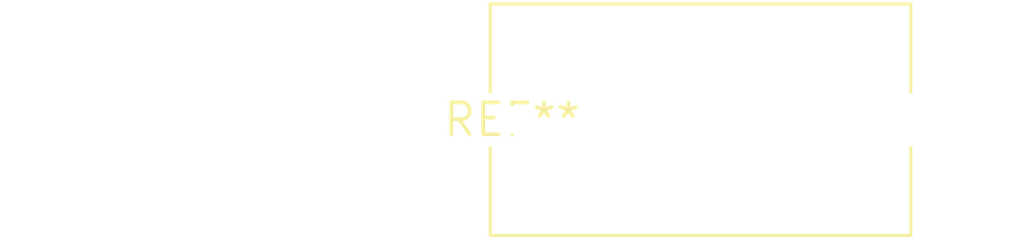
<source format=kicad_pcb>
(kicad_pcb (version 20240108) (generator pcbnew)
  (layers (0 "F.Cu" signal) (31 "B.Cu" signal) (34 "B.Paste" user) (35 "F.Paste" user) (36 "B.SilkS" user "B.Silkscreen") (37 "F.SilkS" user "F.Silkscreen") (38 "B.Mask" user) (39 "F.Mask" user) (44 "Edge.Cuts" user))
  (net 0 "")
  (footprint "C_Rect_L16.5mm_W9.0mm_P15.00mm_MKT" (layer "F.Cu") (at 0 0)
    (property "Reference" "REF**")
    (property "Value" "C_Rect_L16.5mm_W9.0mm_P15.00mm_MKT")
    (fp_line (start -0.87 -4.62) (end -0.87 -1.104) (layer "F.SilkS") (stroke (width 0.12)))
    (fp_line (start -0.87 -4.62) (end 15.87 -4.62) (layer "F.SilkS") (stroke (width 0.12)))
    (fp_line (start -0.87 1.104) (end -0.87 4.62) (layer "F.SilkS") (stroke (width 0.12)))
    (fp_line (start -0.87 4.62) (end 15.87 4.62) (layer "F.SilkS") (stroke (width 0.12)))
    (fp_line (start 15.87 -4.62) (end 15.87 -1.104) (layer "F.SilkS") (stroke (width 0.12)))
    (fp_line (start 15.87 1.104) (end 15.87 4.62) (layer "F.SilkS") (stroke (width 0.12)))
    (pad "1" thru_hole circle (at 0 0) (size 2.2 2.2) (drill 1.1) (layers *.Cu *.Mask) (remove_unused_layers))
    (pad "2" thru_hole circle (at 15 0) (size 2.2 2.2) (drill 1.1) (layers *.Cu *.Mask) (remove_unused_layers))
  )
)
</source>
